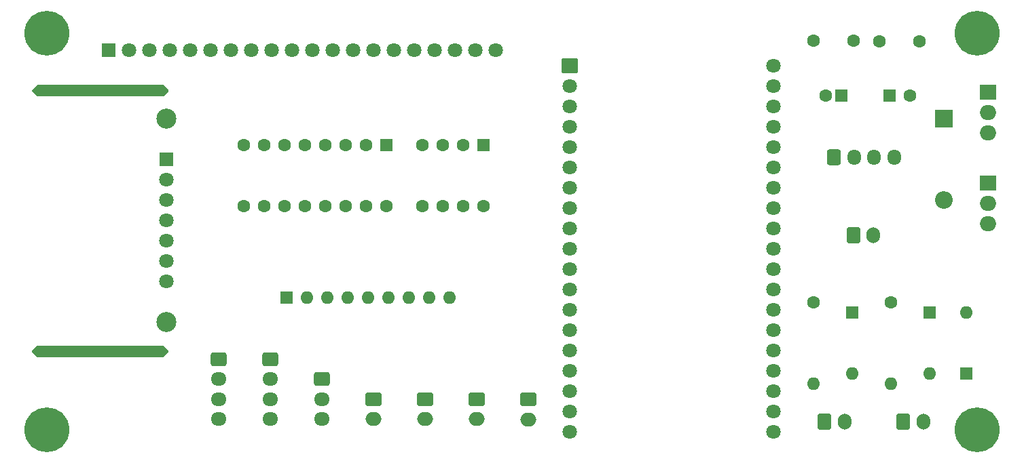
<source format=gbr>
%TF.GenerationSoftware,KiCad,Pcbnew,9.0.4*%
%TF.CreationDate,2025-12-09T22:45:37+01:00*%
%TF.ProjectId,VFO BFO Si5351,56464f20-4246-44f2-9053-69353335312e,rev?*%
%TF.SameCoordinates,Original*%
%TF.FileFunction,Soldermask,Top*%
%TF.FilePolarity,Negative*%
%FSLAX46Y46*%
G04 Gerber Fmt 4.6, Leading zero omitted, Abs format (unit mm)*
G04 Created by KiCad (PCBNEW 9.0.4) date 2025-12-09 22:45:37*
%MOMM*%
%LPD*%
G01*
G04 APERTURE LIST*
G04 Aperture macros list*
%AMRoundRect*
0 Rectangle with rounded corners*
0 $1 Rounding radius*
0 $2 $3 $4 $5 $6 $7 $8 $9 X,Y pos of 4 corners*
0 Add a 4 corners polygon primitive as box body*
4,1,4,$2,$3,$4,$5,$6,$7,$8,$9,$2,$3,0*
0 Add four circle primitives for the rounded corners*
1,1,$1+$1,$2,$3*
1,1,$1+$1,$4,$5*
1,1,$1+$1,$6,$7*
1,1,$1+$1,$8,$9*
0 Add four rect primitives between the rounded corners*
20,1,$1+$1,$2,$3,$4,$5,0*
20,1,$1+$1,$4,$5,$6,$7,0*
20,1,$1+$1,$6,$7,$8,$9,0*
20,1,$1+$1,$8,$9,$2,$3,0*%
G04 Aperture macros list end*
%ADD10O,1.700000X2.000000*%
%ADD11RoundRect,0.250000X-0.600000X-0.750000X0.600000X-0.750000X0.600000X0.750000X-0.600000X0.750000X0*%
%ADD12C,1.800000*%
%ADD13R,1.800000X1.800000*%
%ADD14C,2.500000*%
%ADD15O,1.600000X1.600000*%
%ADD16C,1.600000*%
%ADD17O,2.000000X1.700000*%
%ADD18RoundRect,0.250000X-0.750000X0.600000X-0.750000X-0.600000X0.750000X-0.600000X0.750000X0.600000X0*%
%ADD19RoundRect,0.250000X-0.725000X0.600000X-0.725000X-0.600000X0.725000X-0.600000X0.725000X0.600000X0*%
%ADD20O,1.950000X1.700000*%
%ADD21R,2.000000X1.905000*%
%ADD22O,2.000000X1.905000*%
%ADD23C,3.600000*%
%ADD24C,5.600000*%
%ADD25R,1.600000X1.600000*%
%ADD26RoundRect,0.102000X-0.900000X-0.850000X0.900000X-0.850000X0.900000X0.850000X-0.900000X0.850000X0*%
%ADD27RoundRect,0.250000X-0.550000X0.550000X-0.550000X-0.550000X0.550000X-0.550000X0.550000X0.550000X0*%
%ADD28R,2.200000X2.200000*%
%ADD29O,2.200000X2.200000*%
%ADD30RoundRect,0.250000X-0.600000X-0.725000X0.600000X-0.725000X0.600000X0.725000X-0.600000X0.725000X0*%
%ADD31O,1.700000X1.950000*%
G04 APERTURE END LIST*
D10*
%TO.C,J8*%
X187974570Y-112522000D03*
D11*
X185474570Y-112522000D03*
%TD*%
D10*
%TO.C,J9*%
X197800600Y-112522000D03*
D11*
X195300600Y-112522000D03*
%TD*%
D10*
%TO.C,J10*%
X191552200Y-89255600D03*
D11*
X189052200Y-89255600D03*
%TD*%
D12*
%TO.C,M1*%
X103397000Y-95029600D03*
X103397000Y-92489600D03*
X103397000Y-89949600D03*
X103397000Y-87409600D03*
X103397000Y-84869600D03*
X103397000Y-82329600D03*
D13*
X103397000Y-79789600D03*
D14*
X103397000Y-74709600D03*
X103397000Y-100109600D03*
%TD*%
D15*
%TO.C,R1*%
X193761970Y-107731000D03*
D16*
X193761970Y-97571000D03*
%TD*%
D15*
%TO.C,R3*%
X184102970Y-107731000D03*
D16*
X184102970Y-97571000D03*
%TD*%
D17*
%TO.C,J6*%
X142063725Y-112202619D03*
D18*
X142063725Y-109702619D03*
%TD*%
D16*
%TO.C,C4*%
X189127086Y-64973027D03*
X184127086Y-64973027D03*
%TD*%
D19*
%TO.C,J2*%
X116365027Y-104702619D03*
D20*
X116365027Y-107202619D03*
X116365027Y-109702619D03*
X116365027Y-112202619D03*
%TD*%
D21*
%TO.C,U3*%
X205812829Y-71325464D03*
D22*
X205812829Y-73865464D03*
X205812829Y-76405464D03*
%TD*%
D19*
%TO.C,J3*%
X122789701Y-107202619D03*
D20*
X122789701Y-109702619D03*
X122789701Y-112202619D03*
%TD*%
D19*
%TO.C,J1*%
X109940352Y-104702619D03*
D20*
X109940352Y-107202619D03*
X109940352Y-109702619D03*
X109940352Y-112202619D03*
%TD*%
D23*
%TO.C,H2*%
X88500000Y-113500000D03*
D24*
X88500000Y-113500000D03*
%TD*%
D25*
%TO.C,C2*%
X193601286Y-71831027D03*
D16*
X196101286Y-71831027D03*
%TD*%
D18*
%TO.C,J5*%
X135639051Y-109702619D03*
D17*
X135639051Y-112202619D03*
%TD*%
D26*
%TO.C,U1*%
X153725200Y-68100200D03*
D12*
X153725200Y-70640200D03*
X153725200Y-73180200D03*
X153725200Y-75720200D03*
X153725200Y-78260200D03*
X153725200Y-80800200D03*
X153725200Y-83340200D03*
X153725200Y-85880200D03*
X153725200Y-88420200D03*
X153725200Y-90960200D03*
X153725200Y-93500200D03*
X153725200Y-96040200D03*
X153725200Y-98580200D03*
X153725200Y-101120200D03*
X153725200Y-103660200D03*
X153725200Y-106200200D03*
X153725200Y-108740200D03*
X153725200Y-111280200D03*
X153725200Y-113820200D03*
X179125200Y-68100200D03*
X179125200Y-70640200D03*
X179125200Y-73180200D03*
X179125200Y-75720200D03*
X179125200Y-78260200D03*
X179125200Y-80800200D03*
X179125200Y-83340200D03*
X179125200Y-85880200D03*
X179125200Y-88420200D03*
X179125200Y-90960200D03*
X179125200Y-93500200D03*
X179125200Y-96040200D03*
X179125200Y-98580200D03*
X179125200Y-101120200D03*
X179125200Y-103660200D03*
X179125200Y-106200200D03*
X179125200Y-108740200D03*
X179125200Y-111280200D03*
X179125200Y-113820200D03*
%TD*%
D23*
%TO.C,H1*%
X204500000Y-113500000D03*
D24*
X204500000Y-113500000D03*
%TD*%
D25*
%TO.C,C3*%
X187582199Y-71805627D03*
D16*
X185582199Y-71805627D03*
%TD*%
D27*
%TO.C,U5*%
X142930200Y-77955400D03*
D16*
X140390200Y-77955400D03*
X137850200Y-77955400D03*
X135310200Y-77955400D03*
X135310200Y-85575400D03*
X137850200Y-85575400D03*
X140390200Y-85575400D03*
X142930200Y-85575400D03*
%TD*%
D25*
%TO.C,D3*%
X188932470Y-98841000D03*
D15*
X188932470Y-106461000D03*
%TD*%
D23*
%TO.C,H4*%
X88500000Y-64000000D03*
D24*
X88500000Y-64000000D03*
%TD*%
D16*
%TO.C,C1*%
X192283665Y-64987627D03*
X197283665Y-64987627D03*
%TD*%
D21*
%TO.C,U4*%
X205812829Y-82671464D03*
D22*
X205812829Y-85211464D03*
X205812829Y-87751464D03*
%TD*%
D28*
%TO.C,D4*%
X200314229Y-74627464D03*
D29*
X200314229Y-84787464D03*
%TD*%
D18*
%TO.C,J4*%
X129214376Y-109702619D03*
D17*
X129214376Y-112202619D03*
%TD*%
D23*
%TO.C,H3*%
X204500000Y-64000000D03*
D24*
X204500000Y-64000000D03*
%TD*%
D27*
%TO.C,U2*%
X130828200Y-77995800D03*
D16*
X128288200Y-77995800D03*
X125748200Y-77995800D03*
X123208200Y-77995800D03*
X120668200Y-77995800D03*
X118128200Y-77995800D03*
X115588200Y-77995800D03*
X113048200Y-77995800D03*
X113048200Y-85615800D03*
X115588200Y-85615800D03*
X118128200Y-85615800D03*
X120668200Y-85615800D03*
X123208200Y-85615800D03*
X125748200Y-85615800D03*
X128288200Y-85615800D03*
X130828200Y-85615800D03*
%TD*%
D25*
%TO.C,RN1*%
X118407600Y-97012200D03*
D15*
X120947600Y-97012200D03*
X123487600Y-97012200D03*
X126027600Y-97012200D03*
X128567600Y-97012200D03*
X131107600Y-97012200D03*
X133647600Y-97012200D03*
X136187600Y-97012200D03*
X138727600Y-97012200D03*
%TD*%
D25*
%TO.C,D1*%
X203170970Y-106461000D03*
D15*
X203170970Y-98841000D03*
%TD*%
D25*
%TO.C,D2*%
X198591470Y-98841000D03*
D15*
X198591470Y-106461000D03*
%TD*%
D18*
%TO.C,J7*%
X148488400Y-109728000D03*
D17*
X148488400Y-112228000D03*
%TD*%
D13*
%TO.C,J12*%
X96168800Y-66144400D03*
D12*
X98708800Y-66144400D03*
X101248800Y-66144400D03*
X103788800Y-66144400D03*
X106328800Y-66144400D03*
X108868800Y-66144400D03*
X111408800Y-66144400D03*
X113948800Y-66144400D03*
X116488800Y-66144400D03*
X119028800Y-66144400D03*
X121568800Y-66144400D03*
X124108800Y-66144400D03*
X126648800Y-66144400D03*
X129188800Y-66144400D03*
X131728800Y-66144400D03*
X134268800Y-66144400D03*
X136808800Y-66144400D03*
X139348800Y-66144400D03*
X141888800Y-66144400D03*
X144428800Y-66144400D03*
%TD*%
D30*
%TO.C,J11*%
X186639200Y-79527400D03*
D31*
X189139200Y-79527400D03*
X191639200Y-79527400D03*
X194139200Y-79527400D03*
%TD*%
G36*
X102981421Y-103016685D02*
G01*
X103002063Y-103033319D01*
X103627363Y-103658619D01*
X103660848Y-103719942D01*
X103655864Y-103789634D01*
X103627363Y-103833981D01*
X103002063Y-104459281D01*
X102940740Y-104492766D01*
X102914382Y-104495600D01*
X87370706Y-104495600D01*
X87303667Y-104475915D01*
X87283025Y-104459281D01*
X86657725Y-103833981D01*
X86624240Y-103772658D01*
X86629224Y-103702966D01*
X86657725Y-103658619D01*
X87283025Y-103033319D01*
X87344348Y-102999834D01*
X87370706Y-102997000D01*
X102914382Y-102997000D01*
X102981421Y-103016685D01*
G37*
G36*
X103014275Y-70428485D02*
G01*
X103034917Y-70445119D01*
X103660217Y-71070419D01*
X103693702Y-71131742D01*
X103688718Y-71201434D01*
X103660217Y-71245781D01*
X103034917Y-71871081D01*
X102973594Y-71904566D01*
X102947236Y-71907400D01*
X87403560Y-71907400D01*
X87336521Y-71887715D01*
X87315879Y-71871081D01*
X86690579Y-71245781D01*
X86657094Y-71184458D01*
X86662078Y-71114766D01*
X86690579Y-71070419D01*
X87315879Y-70445119D01*
X87377202Y-70411634D01*
X87403560Y-70408800D01*
X102947236Y-70408800D01*
X103014275Y-70428485D01*
G37*
M02*

</source>
